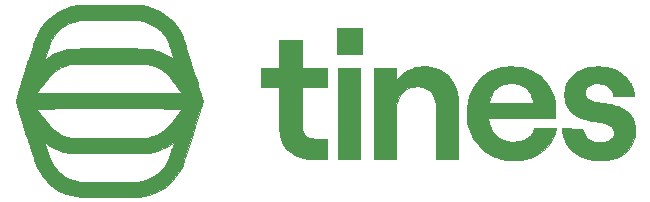
<source format=gbr>
%TF.GenerationSoftware,KiCad,Pcbnew,(6.0.7)*%
%TF.CreationDate,2022-09-05T18:43:59-05:00*%
%TF.ProjectId,Tines SAO,54696e65-7320-4534-914f-2e6b69636164,rev?*%
%TF.SameCoordinates,Original*%
%TF.FileFunction,Legend,Top*%
%TF.FilePolarity,Positive*%
%FSLAX46Y46*%
G04 Gerber Fmt 4.6, Leading zero omitted, Abs format (unit mm)*
G04 Created by KiCad (PCBNEW (6.0.7)) date 2022-09-05 18:43:59*
%MOMM*%
%LPD*%
G01*
G04 APERTURE LIST*
%ADD10C,0.010000*%
G04 APERTURE END LIST*
%TO.C,G\u002A\u002A\u002A*%
G36*
X175843640Y-102764085D02*
G01*
X176200146Y-102811375D01*
X176546767Y-102888639D01*
X176877176Y-102995590D01*
X177169467Y-103124019D01*
X177428878Y-103275700D01*
X177672405Y-103458932D01*
X177893833Y-103667743D01*
X178086946Y-103896158D01*
X178245531Y-104138204D01*
X178268818Y-104180670D01*
X178338472Y-104328226D01*
X178403067Y-104496403D01*
X178459462Y-104674082D01*
X178504520Y-104850140D01*
X178535102Y-105013458D01*
X178548068Y-105152915D01*
X178548300Y-105170889D01*
X178548300Y-105242200D01*
X177690386Y-105242200D01*
X177467256Y-105241925D01*
X177283311Y-105241036D01*
X177135403Y-105239436D01*
X177020387Y-105237030D01*
X176935116Y-105233720D01*
X176876444Y-105229412D01*
X176841224Y-105224008D01*
X176826311Y-105217412D01*
X176825430Y-105215742D01*
X176754686Y-104995831D01*
X176667335Y-104810205D01*
X176559837Y-104652881D01*
X176428653Y-104517877D01*
X176396385Y-104490677D01*
X176202961Y-104357139D01*
X175995148Y-104261037D01*
X175769460Y-104201203D01*
X175522415Y-104176467D01*
X175457967Y-104175626D01*
X175221437Y-104189155D01*
X175015315Y-104229127D01*
X174836040Y-104296723D01*
X174680052Y-104393122D01*
X174602828Y-104458908D01*
X174496191Y-104582362D01*
X174426295Y-104719303D01*
X174389136Y-104878078D01*
X174385401Y-104911885D01*
X174383524Y-105066066D01*
X174409351Y-105203771D01*
X174464469Y-105326073D01*
X174550467Y-105434039D01*
X174668931Y-105528741D01*
X174821451Y-105611248D01*
X175009612Y-105682630D01*
X175235004Y-105743957D01*
X175499213Y-105796299D01*
X175754300Y-105834367D01*
X176073806Y-105878396D01*
X176355367Y-105921868D01*
X176603342Y-105965817D01*
X176822089Y-106011276D01*
X177015966Y-106059278D01*
X177189333Y-106110857D01*
X177346548Y-106167046D01*
X177491969Y-106228878D01*
X177564050Y-106263443D01*
X177809857Y-106406480D01*
X178023114Y-106574803D01*
X178204144Y-106769013D01*
X178353271Y-106989713D01*
X178470820Y-107237505D01*
X178557116Y-107512990D01*
X178612482Y-107816771D01*
X178637243Y-108149448D01*
X178638755Y-108258450D01*
X178636630Y-108420496D01*
X178629347Y-108553228D01*
X178615853Y-108669467D01*
X178596166Y-108777034D01*
X178512183Y-109075989D01*
X178392525Y-109352396D01*
X178237860Y-109605418D01*
X178048855Y-109834220D01*
X177826174Y-110037966D01*
X177570486Y-110215821D01*
X177355104Y-110332865D01*
X177183876Y-110412098D01*
X177025341Y-110475573D01*
X176864804Y-110528250D01*
X176687574Y-110575086D01*
X176537310Y-110608842D01*
X176448157Y-110627027D01*
X176368142Y-110641024D01*
X176289194Y-110651485D01*
X176203240Y-110659058D01*
X176102211Y-110664395D01*
X175978033Y-110668146D01*
X175822636Y-110670960D01*
X175754300Y-110671912D01*
X175607503Y-110673466D01*
X175472440Y-110674165D01*
X175355640Y-110674033D01*
X175263630Y-110673093D01*
X175202940Y-110671372D01*
X175182800Y-110669753D01*
X175135999Y-110662379D01*
X175062532Y-110651446D01*
X174977664Y-110639221D01*
X174971134Y-110638297D01*
X174713708Y-110589583D01*
X174446132Y-110516634D01*
X174182839Y-110424282D01*
X173938260Y-110317360D01*
X173806967Y-110248488D01*
X173538066Y-110072950D01*
X173292782Y-109865147D01*
X173074398Y-109629250D01*
X172886195Y-109369429D01*
X172731455Y-109089857D01*
X172613461Y-108794703D01*
X172582526Y-108692367D01*
X172552950Y-108575161D01*
X172525249Y-108445947D01*
X172501530Y-108316651D01*
X172483902Y-108199199D01*
X172474475Y-108105515D01*
X172473467Y-108075523D01*
X172473467Y-107993392D01*
X174195019Y-108004450D01*
X174224663Y-108152617D01*
X174287773Y-108363675D01*
X174387450Y-108558572D01*
X174519716Y-108732185D01*
X174680596Y-108879393D01*
X174866113Y-108995074D01*
X174886467Y-109004997D01*
X175030336Y-109068442D01*
X175161324Y-109113621D01*
X175292188Y-109143200D01*
X175435686Y-109159848D01*
X175604574Y-109166231D01*
X175659050Y-109166543D01*
X175830656Y-109163166D01*
X175972689Y-109151217D01*
X176097469Y-109128226D01*
X176217316Y-109091718D01*
X176344549Y-109039222D01*
X176383585Y-109021128D01*
X176541890Y-108928615D01*
X176675541Y-108814398D01*
X176777321Y-108685115D01*
X176807084Y-108631503D01*
X176838625Y-108559823D01*
X176856358Y-108494376D01*
X176863819Y-108417496D01*
X176864808Y-108343117D01*
X176847998Y-108177568D01*
X176798144Y-108030969D01*
X176713804Y-107901804D01*
X176593536Y-107788555D01*
X176435897Y-107689706D01*
X176239445Y-107603738D01*
X176124717Y-107564640D01*
X176041150Y-107540319D01*
X175939806Y-107514590D01*
X175816650Y-107486612D01*
X175667648Y-107455541D01*
X175488766Y-107420535D01*
X175275970Y-107380753D01*
X175034634Y-107337035D01*
X174690826Y-107269483D01*
X174385661Y-107196235D01*
X174115653Y-107115746D01*
X173877315Y-107026471D01*
X173667162Y-106926865D01*
X173481707Y-106815383D01*
X173317464Y-106690480D01*
X173170946Y-106550611D01*
X173112127Y-106485017D01*
X173028527Y-106371983D01*
X172943985Y-106230520D01*
X172865142Y-106073849D01*
X172798641Y-105915189D01*
X172751124Y-105767761D01*
X172750432Y-105765093D01*
X172703679Y-105533716D01*
X172676665Y-105286426D01*
X172669637Y-105035775D01*
X172682845Y-104794314D01*
X172716535Y-104574593D01*
X172726058Y-104533117D01*
X172816381Y-104251093D01*
X172944015Y-103987589D01*
X173107435Y-103744281D01*
X173305112Y-103522844D01*
X173535522Y-103324954D01*
X173797136Y-103152288D01*
X174088429Y-103006521D01*
X174134271Y-102987210D01*
X174445301Y-102880357D01*
X174778079Y-102804903D01*
X175126280Y-102760564D01*
X175483576Y-102747052D01*
X175843640Y-102764085D01*
G37*
D10*
X175843640Y-102764085D02*
X176200146Y-102811375D01*
X176546767Y-102888639D01*
X176877176Y-102995590D01*
X177169467Y-103124019D01*
X177428878Y-103275700D01*
X177672405Y-103458932D01*
X177893833Y-103667743D01*
X178086946Y-103896158D01*
X178245531Y-104138204D01*
X178268818Y-104180670D01*
X178338472Y-104328226D01*
X178403067Y-104496403D01*
X178459462Y-104674082D01*
X178504520Y-104850140D01*
X178535102Y-105013458D01*
X178548068Y-105152915D01*
X178548300Y-105170889D01*
X178548300Y-105242200D01*
X177690386Y-105242200D01*
X177467256Y-105241925D01*
X177283311Y-105241036D01*
X177135403Y-105239436D01*
X177020387Y-105237030D01*
X176935116Y-105233720D01*
X176876444Y-105229412D01*
X176841224Y-105224008D01*
X176826311Y-105217412D01*
X176825430Y-105215742D01*
X176754686Y-104995831D01*
X176667335Y-104810205D01*
X176559837Y-104652881D01*
X176428653Y-104517877D01*
X176396385Y-104490677D01*
X176202961Y-104357139D01*
X175995148Y-104261037D01*
X175769460Y-104201203D01*
X175522415Y-104176467D01*
X175457967Y-104175626D01*
X175221437Y-104189155D01*
X175015315Y-104229127D01*
X174836040Y-104296723D01*
X174680052Y-104393122D01*
X174602828Y-104458908D01*
X174496191Y-104582362D01*
X174426295Y-104719303D01*
X174389136Y-104878078D01*
X174385401Y-104911885D01*
X174383524Y-105066066D01*
X174409351Y-105203771D01*
X174464469Y-105326073D01*
X174550467Y-105434039D01*
X174668931Y-105528741D01*
X174821451Y-105611248D01*
X175009612Y-105682630D01*
X175235004Y-105743957D01*
X175499213Y-105796299D01*
X175754300Y-105834367D01*
X176073806Y-105878396D01*
X176355367Y-105921868D01*
X176603342Y-105965817D01*
X176822089Y-106011276D01*
X177015966Y-106059278D01*
X177189333Y-106110857D01*
X177346548Y-106167046D01*
X177491969Y-106228878D01*
X177564050Y-106263443D01*
X177809857Y-106406480D01*
X178023114Y-106574803D01*
X178204144Y-106769013D01*
X178353271Y-106989713D01*
X178470820Y-107237505D01*
X178557116Y-107512990D01*
X178612482Y-107816771D01*
X178637243Y-108149448D01*
X178638755Y-108258450D01*
X178636630Y-108420496D01*
X178629347Y-108553228D01*
X178615853Y-108669467D01*
X178596166Y-108777034D01*
X178512183Y-109075989D01*
X178392525Y-109352396D01*
X178237860Y-109605418D01*
X178048855Y-109834220D01*
X177826174Y-110037966D01*
X177570486Y-110215821D01*
X177355104Y-110332865D01*
X177183876Y-110412098D01*
X177025341Y-110475573D01*
X176864804Y-110528250D01*
X176687574Y-110575086D01*
X176537310Y-110608842D01*
X176448157Y-110627027D01*
X176368142Y-110641024D01*
X176289194Y-110651485D01*
X176203240Y-110659058D01*
X176102211Y-110664395D01*
X175978033Y-110668146D01*
X175822636Y-110670960D01*
X175754300Y-110671912D01*
X175607503Y-110673466D01*
X175472440Y-110674165D01*
X175355640Y-110674033D01*
X175263630Y-110673093D01*
X175202940Y-110671372D01*
X175182800Y-110669753D01*
X175135999Y-110662379D01*
X175062532Y-110651446D01*
X174977664Y-110639221D01*
X174971134Y-110638297D01*
X174713708Y-110589583D01*
X174446132Y-110516634D01*
X174182839Y-110424282D01*
X173938260Y-110317360D01*
X173806967Y-110248488D01*
X173538066Y-110072950D01*
X173292782Y-109865147D01*
X173074398Y-109629250D01*
X172886195Y-109369429D01*
X172731455Y-109089857D01*
X172613461Y-108794703D01*
X172582526Y-108692367D01*
X172552950Y-108575161D01*
X172525249Y-108445947D01*
X172501530Y-108316651D01*
X172483902Y-108199199D01*
X172474475Y-108105515D01*
X172473467Y-108075523D01*
X172473467Y-107993392D01*
X174195019Y-108004450D01*
X174224663Y-108152617D01*
X174287773Y-108363675D01*
X174387450Y-108558572D01*
X174519716Y-108732185D01*
X174680596Y-108879393D01*
X174866113Y-108995074D01*
X174886467Y-109004997D01*
X175030336Y-109068442D01*
X175161324Y-109113621D01*
X175292188Y-109143200D01*
X175435686Y-109159848D01*
X175604574Y-109166231D01*
X175659050Y-109166543D01*
X175830656Y-109163166D01*
X175972689Y-109151217D01*
X176097469Y-109128226D01*
X176217316Y-109091718D01*
X176344549Y-109039222D01*
X176383585Y-109021128D01*
X176541890Y-108928615D01*
X176675541Y-108814398D01*
X176777321Y-108685115D01*
X176807084Y-108631503D01*
X176838625Y-108559823D01*
X176856358Y-108494376D01*
X176863819Y-108417496D01*
X176864808Y-108343117D01*
X176847998Y-108177568D01*
X176798144Y-108030969D01*
X176713804Y-107901804D01*
X176593536Y-107788555D01*
X176435897Y-107689706D01*
X176239445Y-107603738D01*
X176124717Y-107564640D01*
X176041150Y-107540319D01*
X175939806Y-107514590D01*
X175816650Y-107486612D01*
X175667648Y-107455541D01*
X175488766Y-107420535D01*
X175275970Y-107380753D01*
X175034634Y-107337035D01*
X174690826Y-107269483D01*
X174385661Y-107196235D01*
X174115653Y-107115746D01*
X173877315Y-107026471D01*
X173667162Y-106926865D01*
X173481707Y-106815383D01*
X173317464Y-106690480D01*
X173170946Y-106550611D01*
X173112127Y-106485017D01*
X173028527Y-106371983D01*
X172943985Y-106230520D01*
X172865142Y-106073849D01*
X172798641Y-105915189D01*
X172751124Y-105767761D01*
X172750432Y-105765093D01*
X172703679Y-105533716D01*
X172676665Y-105286426D01*
X172669637Y-105035775D01*
X172682845Y-104794314D01*
X172716535Y-104574593D01*
X172726058Y-104533117D01*
X172816381Y-104251093D01*
X172944015Y-103987589D01*
X173107435Y-103744281D01*
X173305112Y-103522844D01*
X173535522Y-103324954D01*
X173797136Y-103152288D01*
X174088429Y-103006521D01*
X174134271Y-102987210D01*
X174445301Y-102880357D01*
X174778079Y-102804903D01*
X175126280Y-102760564D01*
X175483576Y-102747052D01*
X175843640Y-102764085D01*
G36*
X164599390Y-105295209D02*
G01*
X164622551Y-105221034D01*
X164671710Y-105085564D01*
X164738034Y-104928116D01*
X164815902Y-104760145D01*
X164899694Y-104593105D01*
X164983790Y-104438452D01*
X165062568Y-104307640D01*
X165093149Y-104261945D01*
X165331648Y-103955598D01*
X165595950Y-103682495D01*
X165885006Y-103443156D01*
X166197765Y-103238100D01*
X166533174Y-103067847D01*
X166890184Y-102932915D01*
X167267743Y-102833826D01*
X167664800Y-102771098D01*
X168080304Y-102745250D01*
X168163001Y-102744551D01*
X168582173Y-102762443D01*
X168983745Y-102815638D01*
X169366041Y-102903525D01*
X169727385Y-103025492D01*
X170066099Y-103180926D01*
X170380507Y-103369215D01*
X170668934Y-103589746D01*
X170797646Y-103706862D01*
X171060089Y-103987596D01*
X171287198Y-104290852D01*
X171479194Y-104617091D01*
X171636299Y-104966774D01*
X171758734Y-105340361D01*
X171846719Y-105738314D01*
X171879714Y-105961312D01*
X171888356Y-106058414D01*
X171894920Y-106186819D01*
X171899309Y-106335539D01*
X171901432Y-106493590D01*
X171901193Y-106649988D01*
X171898499Y-106793745D01*
X171893257Y-106913877D01*
X171888368Y-106974762D01*
X171874770Y-107104867D01*
X169041452Y-107104867D01*
X168671333Y-107105005D01*
X168319112Y-107105411D01*
X167986825Y-107106072D01*
X167676507Y-107106973D01*
X167390194Y-107108102D01*
X167129922Y-107109444D01*
X166897725Y-107110986D01*
X166695640Y-107112715D01*
X166525703Y-107114617D01*
X166389947Y-107116678D01*
X166290410Y-107118886D01*
X166229127Y-107121226D01*
X166208134Y-107123685D01*
X166208134Y-107123695D01*
X166213286Y-107170919D01*
X166227126Y-107248112D01*
X166247232Y-107344399D01*
X166271177Y-107448899D01*
X166296540Y-107550735D01*
X166320895Y-107639029D01*
X166328575Y-107664219D01*
X166433456Y-107934690D01*
X166569964Y-108185562D01*
X166734774Y-108412754D01*
X166924565Y-108612183D01*
X167136011Y-108779769D01*
X167329967Y-108893971D01*
X167578789Y-108996708D01*
X167850112Y-109067937D01*
X168137546Y-109107092D01*
X168434700Y-109113608D01*
X168735184Y-109086917D01*
X168978930Y-109040013D01*
X169057653Y-109016135D01*
X169158862Y-108978549D01*
X169267499Y-108933103D01*
X169338751Y-108900299D01*
X169449789Y-108844108D01*
X169535983Y-108792230D01*
X169612173Y-108734239D01*
X169693197Y-108659708D01*
X169722666Y-108630566D01*
X169814284Y-108533582D01*
X169882834Y-108446170D01*
X169939493Y-108353010D01*
X169972148Y-108288567D01*
X170011938Y-108202808D01*
X170045420Y-108125060D01*
X170067412Y-108067594D01*
X170072068Y-108052075D01*
X170086223Y-107993867D01*
X171943242Y-107993867D01*
X171930210Y-108062659D01*
X171918292Y-108115194D01*
X171898207Y-108193652D01*
X171873753Y-108283347D01*
X171866816Y-108307855D01*
X171759668Y-108627984D01*
X171627813Y-108918946D01*
X171466908Y-109187954D01*
X171272606Y-109442217D01*
X171040561Y-109688949D01*
X171026259Y-109702790D01*
X170749405Y-109940148D01*
X170444615Y-110146154D01*
X170112875Y-110320369D01*
X169755169Y-110462356D01*
X169372485Y-110571675D01*
X168965807Y-110647887D01*
X168875689Y-110659862D01*
X168762285Y-110669708D01*
X168617324Y-110676056D01*
X168451427Y-110679018D01*
X168275212Y-110678702D01*
X168099300Y-110675219D01*
X167934308Y-110668679D01*
X167790856Y-110659190D01*
X167684227Y-110647549D01*
X167283006Y-110569134D01*
X166900862Y-110453298D01*
X166539242Y-110301087D01*
X166199595Y-110113545D01*
X165883370Y-109891717D01*
X165592017Y-109636646D01*
X165326984Y-109349379D01*
X165089720Y-109030958D01*
X164881675Y-108682429D01*
X164836310Y-108594533D01*
X164669127Y-108214235D01*
X164540923Y-107819614D01*
X164451861Y-107413245D01*
X164402105Y-106997700D01*
X164391816Y-106575551D01*
X164421159Y-106149371D01*
X164468583Y-105856034D01*
X166255636Y-105856034D01*
X170014105Y-105856034D01*
X170002756Y-105766075D01*
X169975807Y-105615814D01*
X169933042Y-105450456D01*
X169879824Y-105287887D01*
X169821518Y-105145994D01*
X169809152Y-105120540D01*
X169670270Y-104889250D01*
X169501798Y-104687853D01*
X169305083Y-104517345D01*
X169081472Y-104378722D01*
X168832309Y-104272979D01*
X168568217Y-104202909D01*
X168459363Y-104188091D01*
X168321815Y-104178953D01*
X168168827Y-104175480D01*
X168013653Y-104177657D01*
X167869549Y-104185470D01*
X167749768Y-104198904D01*
X167721550Y-104203835D01*
X167486723Y-104261239D01*
X167282168Y-104338225D01*
X167098441Y-104439717D01*
X166926096Y-104570644D01*
X166810484Y-104679102D01*
X166718845Y-104774493D01*
X166649743Y-104855722D01*
X166593418Y-104935992D01*
X166540109Y-105028507D01*
X166511552Y-105083450D01*
X166418008Y-105283129D01*
X166348299Y-105470373D01*
X166296185Y-105662542D01*
X166285223Y-105713159D01*
X166255636Y-105856034D01*
X164468583Y-105856034D01*
X164490296Y-105721733D01*
X164599390Y-105295209D01*
G37*
X164599390Y-105295209D02*
X164622551Y-105221034D01*
X164671710Y-105085564D01*
X164738034Y-104928116D01*
X164815902Y-104760145D01*
X164899694Y-104593105D01*
X164983790Y-104438452D01*
X165062568Y-104307640D01*
X165093149Y-104261945D01*
X165331648Y-103955598D01*
X165595950Y-103682495D01*
X165885006Y-103443156D01*
X166197765Y-103238100D01*
X166533174Y-103067847D01*
X166890184Y-102932915D01*
X167267743Y-102833826D01*
X167664800Y-102771098D01*
X168080304Y-102745250D01*
X168163001Y-102744551D01*
X168582173Y-102762443D01*
X168983745Y-102815638D01*
X169366041Y-102903525D01*
X169727385Y-103025492D01*
X170066099Y-103180926D01*
X170380507Y-103369215D01*
X170668934Y-103589746D01*
X170797646Y-103706862D01*
X171060089Y-103987596D01*
X171287198Y-104290852D01*
X171479194Y-104617091D01*
X171636299Y-104966774D01*
X171758734Y-105340361D01*
X171846719Y-105738314D01*
X171879714Y-105961312D01*
X171888356Y-106058414D01*
X171894920Y-106186819D01*
X171899309Y-106335539D01*
X171901432Y-106493590D01*
X171901193Y-106649988D01*
X171898499Y-106793745D01*
X171893257Y-106913877D01*
X171888368Y-106974762D01*
X171874770Y-107104867D01*
X169041452Y-107104867D01*
X168671333Y-107105005D01*
X168319112Y-107105411D01*
X167986825Y-107106072D01*
X167676507Y-107106973D01*
X167390194Y-107108102D01*
X167129922Y-107109444D01*
X166897725Y-107110986D01*
X166695640Y-107112715D01*
X166525703Y-107114617D01*
X166389947Y-107116678D01*
X166290410Y-107118886D01*
X166229127Y-107121226D01*
X166208134Y-107123685D01*
X166208134Y-107123695D01*
X166213286Y-107170919D01*
X166227126Y-107248112D01*
X166247232Y-107344399D01*
X166271177Y-107448899D01*
X166296540Y-107550735D01*
X166320895Y-107639029D01*
X166328575Y-107664219D01*
X166433456Y-107934690D01*
X166569964Y-108185562D01*
X166734774Y-108412754D01*
X166924565Y-108612183D01*
X167136011Y-108779769D01*
X167329967Y-108893971D01*
X167578789Y-108996708D01*
X167850112Y-109067937D01*
X168137546Y-109107092D01*
X168434700Y-109113608D01*
X168735184Y-109086917D01*
X168978930Y-109040013D01*
X169057653Y-109016135D01*
X169158862Y-108978549D01*
X169267499Y-108933103D01*
X169338751Y-108900299D01*
X169449789Y-108844108D01*
X169535983Y-108792230D01*
X169612173Y-108734239D01*
X169693197Y-108659708D01*
X169722666Y-108630566D01*
X169814284Y-108533582D01*
X169882834Y-108446170D01*
X169939493Y-108353010D01*
X169972148Y-108288567D01*
X170011938Y-108202808D01*
X170045420Y-108125060D01*
X170067412Y-108067594D01*
X170072068Y-108052075D01*
X170086223Y-107993867D01*
X171943242Y-107993867D01*
X171930210Y-108062659D01*
X171918292Y-108115194D01*
X171898207Y-108193652D01*
X171873753Y-108283347D01*
X171866816Y-108307855D01*
X171759668Y-108627984D01*
X171627813Y-108918946D01*
X171466908Y-109187954D01*
X171272606Y-109442217D01*
X171040561Y-109688949D01*
X171026259Y-109702790D01*
X170749405Y-109940148D01*
X170444615Y-110146154D01*
X170112875Y-110320369D01*
X169755169Y-110462356D01*
X169372485Y-110571675D01*
X168965807Y-110647887D01*
X168875689Y-110659862D01*
X168762285Y-110669708D01*
X168617324Y-110676056D01*
X168451427Y-110679018D01*
X168275212Y-110678702D01*
X168099300Y-110675219D01*
X167934308Y-110668679D01*
X167790856Y-110659190D01*
X167684227Y-110647549D01*
X167283006Y-110569134D01*
X166900862Y-110453298D01*
X166539242Y-110301087D01*
X166199595Y-110113545D01*
X165883370Y-109891717D01*
X165592017Y-109636646D01*
X165326984Y-109349379D01*
X165089720Y-109030958D01*
X164881675Y-108682429D01*
X164836310Y-108594533D01*
X164669127Y-108214235D01*
X164540923Y-107819614D01*
X164451861Y-107413245D01*
X164402105Y-106997700D01*
X164391816Y-106575551D01*
X164421159Y-106149371D01*
X164468583Y-105856034D01*
X166255636Y-105856034D01*
X170014105Y-105856034D01*
X170002756Y-105766075D01*
X169975807Y-105615814D01*
X169933042Y-105450456D01*
X169879824Y-105287887D01*
X169821518Y-105145994D01*
X169809152Y-105120540D01*
X169670270Y-104889250D01*
X169501798Y-104687853D01*
X169305083Y-104517345D01*
X169081472Y-104378722D01*
X168832309Y-104272979D01*
X168568217Y-104202909D01*
X168459363Y-104188091D01*
X168321815Y-104178953D01*
X168168827Y-104175480D01*
X168013653Y-104177657D01*
X167869549Y-104185470D01*
X167749768Y-104198904D01*
X167721550Y-104203835D01*
X167486723Y-104261239D01*
X167282168Y-104338225D01*
X167098441Y-104439717D01*
X166926096Y-104570644D01*
X166810484Y-104679102D01*
X166718845Y-104774493D01*
X166649743Y-104855722D01*
X166593418Y-104935992D01*
X166540109Y-105028507D01*
X166511552Y-105083450D01*
X166418008Y-105283129D01*
X166348299Y-105470373D01*
X166296185Y-105662542D01*
X166285223Y-105713159D01*
X166255636Y-105856034D01*
X164468583Y-105856034D01*
X164490296Y-105721733D01*
X164599390Y-105295209D01*
G36*
X126404611Y-105012898D02*
G01*
X127963495Y-105012898D01*
X127983798Y-105014350D01*
X128044779Y-105015771D01*
X128144779Y-105017155D01*
X128282142Y-105018498D01*
X128455210Y-105019795D01*
X128662328Y-105021042D01*
X128901838Y-105022233D01*
X129172083Y-105023364D01*
X129471407Y-105024431D01*
X129798153Y-105025428D01*
X130150663Y-105026351D01*
X130527281Y-105027194D01*
X130926351Y-105027954D01*
X131346214Y-105028626D01*
X131785215Y-105029204D01*
X132241697Y-105029685D01*
X132714002Y-105030062D01*
X133200474Y-105030333D01*
X133699456Y-105030491D01*
X134129535Y-105030534D01*
X134755166Y-105030502D01*
X135339688Y-105030405D01*
X135884325Y-105030236D01*
X136390301Y-105029990D01*
X136858840Y-105029663D01*
X137291167Y-105029248D01*
X137688506Y-105028741D01*
X138052081Y-105028136D01*
X138383116Y-105027428D01*
X138682836Y-105026612D01*
X138952464Y-105025683D01*
X139193225Y-105024634D01*
X139406343Y-105023462D01*
X139593042Y-105022160D01*
X139754546Y-105020724D01*
X139892080Y-105019148D01*
X140006868Y-105017427D01*
X140100134Y-105015556D01*
X140173101Y-105013529D01*
X140226995Y-105011341D01*
X140263040Y-105008988D01*
X140282459Y-105006462D01*
X140286757Y-105004075D01*
X140264941Y-104972476D01*
X140220586Y-104911986D01*
X140157156Y-104827121D01*
X140078119Y-104722394D01*
X139986939Y-104602318D01*
X139887082Y-104471408D01*
X139782015Y-104334177D01*
X139675203Y-104195140D01*
X139570112Y-104058809D01*
X139470208Y-103929700D01*
X139378958Y-103812326D01*
X139299825Y-103711200D01*
X139236278Y-103630837D01*
X139191781Y-103575750D01*
X139173948Y-103554784D01*
X138911953Y-103295568D01*
X138626927Y-103071000D01*
X138321029Y-102882275D01*
X137996420Y-102730587D01*
X137655258Y-102617131D01*
X137363811Y-102553318D01*
X137328488Y-102547467D01*
X137293389Y-102542183D01*
X137256316Y-102537441D01*
X137215074Y-102533219D01*
X137167464Y-102529491D01*
X137111291Y-102526235D01*
X137044357Y-102523426D01*
X136964466Y-102521041D01*
X136869420Y-102519055D01*
X136757024Y-102517444D01*
X136625079Y-102516186D01*
X136471390Y-102515255D01*
X136293760Y-102514627D01*
X136089991Y-102514280D01*
X135857887Y-102514189D01*
X135595251Y-102514330D01*
X135299887Y-102514679D01*
X134969596Y-102515212D01*
X134602184Y-102515906D01*
X134195452Y-102516736D01*
X134033680Y-102517075D01*
X130955050Y-102523547D01*
X130732800Y-102579229D01*
X130368115Y-102690073D01*
X130030365Y-102833309D01*
X129718633Y-103009447D01*
X129432004Y-103218995D01*
X129198217Y-103433052D01*
X129160729Y-103474520D01*
X129102672Y-103543214D01*
X129027321Y-103634938D01*
X128937956Y-103745499D01*
X128837852Y-103870705D01*
X128730289Y-104006360D01*
X128618542Y-104148272D01*
X128505890Y-104292248D01*
X128395611Y-104434093D01*
X128290981Y-104569613D01*
X128195278Y-104694617D01*
X128111780Y-104804908D01*
X128043763Y-104896296D01*
X127994507Y-104964584D01*
X127967287Y-105005581D01*
X127963495Y-105012898D01*
X126404611Y-105012898D01*
X127008261Y-103088243D01*
X127109921Y-102764539D01*
X127209193Y-102449266D01*
X127291526Y-102188476D01*
X128644354Y-102188476D01*
X128767222Y-102095035D01*
X128841574Y-102041023D01*
X128936166Y-101975863D01*
X129035079Y-101910419D01*
X129075903Y-101884312D01*
X129412387Y-101694903D01*
X129775749Y-101533109D01*
X130158788Y-101401432D01*
X130554299Y-101302378D01*
X130922745Y-101242243D01*
X130969305Y-101239221D01*
X131055211Y-101236422D01*
X131177478Y-101233846D01*
X131333117Y-101231492D01*
X131519144Y-101229362D01*
X131732571Y-101227454D01*
X131970412Y-101225768D01*
X132229680Y-101224305D01*
X132507390Y-101223064D01*
X132800554Y-101222046D01*
X133106187Y-101221249D01*
X133421301Y-101220674D01*
X133742910Y-101220321D01*
X134068028Y-101220190D01*
X134393669Y-101220280D01*
X134716845Y-101220591D01*
X135034571Y-101221124D01*
X135343859Y-101221878D01*
X135641724Y-101222853D01*
X135925180Y-101224048D01*
X136191238Y-101225465D01*
X136436914Y-101227102D01*
X136659221Y-101228960D01*
X136855171Y-101231038D01*
X137021780Y-101233336D01*
X137156060Y-101235854D01*
X137255024Y-101238593D01*
X137315687Y-101241551D01*
X137326217Y-101242509D01*
X137742609Y-101310231D01*
X138151973Y-101417135D01*
X138549330Y-101561291D01*
X138929704Y-101740767D01*
X139288118Y-101953630D01*
X139451070Y-102067225D01*
X139522504Y-102117861D01*
X139578154Y-102153875D01*
X139611603Y-102171341D01*
X139618089Y-102169385D01*
X139609407Y-102142984D01*
X139589675Y-102081199D01*
X139560481Y-101989052D01*
X139523407Y-101871561D01*
X139480041Y-101733749D01*
X139431967Y-101580635D01*
X139402025Y-101485117D01*
X139335056Y-101275504D01*
X139270844Y-101082557D01*
X139211267Y-100911584D01*
X139158201Y-100767896D01*
X139113522Y-100656800D01*
X139093338Y-100611796D01*
X138917381Y-100288666D01*
X138710083Y-99992827D01*
X138473285Y-99725921D01*
X138208826Y-99489588D01*
X137918545Y-99285470D01*
X137604281Y-99115206D01*
X137267875Y-98980440D01*
X137262717Y-98978712D01*
X137192700Y-98955139D01*
X137129665Y-98933989D01*
X137071064Y-98915129D01*
X137014351Y-98898430D01*
X136956977Y-98883759D01*
X136896397Y-98870987D01*
X136830062Y-98859982D01*
X136755426Y-98850613D01*
X136669942Y-98842750D01*
X136571061Y-98836260D01*
X136456238Y-98831013D01*
X136322924Y-98826879D01*
X136168573Y-98823725D01*
X135990637Y-98821421D01*
X135786570Y-98819836D01*
X135553823Y-98818839D01*
X135289851Y-98818299D01*
X134992105Y-98818085D01*
X134658038Y-98818066D01*
X134285104Y-98818110D01*
X134140634Y-98818117D01*
X133763729Y-98818146D01*
X133426694Y-98818258D01*
X133127063Y-98818489D01*
X132862374Y-98818875D01*
X132630162Y-98819453D01*
X132427963Y-98820260D01*
X132253313Y-98821331D01*
X132103748Y-98822703D01*
X131976804Y-98824413D01*
X131870016Y-98826497D01*
X131780921Y-98828991D01*
X131707054Y-98831932D01*
X131645952Y-98835357D01*
X131595151Y-98839301D01*
X131552186Y-98843801D01*
X131514593Y-98848893D01*
X131479908Y-98854615D01*
X131463050Y-98857692D01*
X131105788Y-98945182D01*
X130766127Y-99069826D01*
X130446423Y-99229776D01*
X130149033Y-99423185D01*
X129876315Y-99648203D01*
X129630626Y-99902982D01*
X129414323Y-100185675D01*
X129229764Y-100494432D01*
X129140933Y-100678531D01*
X129118261Y-100735508D01*
X129085155Y-100826774D01*
X129043702Y-100946180D01*
X128995990Y-101087576D01*
X128944104Y-101244812D01*
X128890130Y-101411738D01*
X128859279Y-101508713D01*
X128644354Y-102188476D01*
X127291526Y-102188476D01*
X127305225Y-102145088D01*
X127397164Y-101854670D01*
X127484159Y-101580678D01*
X127565358Y-101325775D01*
X127639908Y-101092626D01*
X127706957Y-100883897D01*
X127765654Y-100702252D01*
X127815146Y-100550356D01*
X127854582Y-100430874D01*
X127883108Y-100346469D01*
X127899874Y-100299809D01*
X127899883Y-100299784D01*
X128073762Y-99915456D01*
X128282977Y-99552252D01*
X128525071Y-99212226D01*
X128797586Y-98897433D01*
X129098064Y-98609927D01*
X129424046Y-98351763D01*
X129773073Y-98124995D01*
X130142688Y-97931679D01*
X130530432Y-97773869D01*
X130933847Y-97653620D01*
X131113800Y-97613515D01*
X131189637Y-97598675D01*
X131262798Y-97585376D01*
X131335888Y-97573544D01*
X131411511Y-97563103D01*
X131492273Y-97553979D01*
X131580777Y-97546095D01*
X131679629Y-97539378D01*
X131791432Y-97533751D01*
X131918792Y-97529140D01*
X132064314Y-97525470D01*
X132230601Y-97522665D01*
X132420258Y-97520650D01*
X132635891Y-97519351D01*
X132880103Y-97518692D01*
X133155500Y-97518598D01*
X133464685Y-97518993D01*
X133810264Y-97519804D01*
X134194841Y-97520954D01*
X134309967Y-97521326D01*
X134689344Y-97522563D01*
X135029042Y-97523728D01*
X135331711Y-97524939D01*
X135600006Y-97526312D01*
X135836577Y-97527964D01*
X136044079Y-97530012D01*
X136225163Y-97532572D01*
X136382482Y-97535763D01*
X136518689Y-97539699D01*
X136636436Y-97544499D01*
X136738375Y-97550280D01*
X136827160Y-97557157D01*
X136905443Y-97565248D01*
X136975876Y-97574670D01*
X137041113Y-97585539D01*
X137103805Y-97597973D01*
X137166605Y-97612088D01*
X137232165Y-97628001D01*
X137303139Y-97645829D01*
X137338455Y-97654735D01*
X137747264Y-97778857D01*
X138139067Y-97940207D01*
X138511529Y-98136767D01*
X138862316Y-98366517D01*
X139189094Y-98627438D01*
X139489529Y-98917512D01*
X139761286Y-99234719D01*
X140002032Y-99577040D01*
X140209431Y-99942457D01*
X140355632Y-100264451D01*
X140370464Y-100305494D01*
X140396590Y-100382842D01*
X140433098Y-100493603D01*
X140479078Y-100634885D01*
X140533618Y-100803797D01*
X140595808Y-100997446D01*
X140664736Y-101212940D01*
X140739492Y-101447389D01*
X140819164Y-101697898D01*
X140902841Y-101961578D01*
X140989613Y-102235536D01*
X141078567Y-102516879D01*
X141168794Y-102802716D01*
X141259382Y-103090156D01*
X141349420Y-103376306D01*
X141437997Y-103658274D01*
X141524203Y-103933168D01*
X141607125Y-104198097D01*
X141685853Y-104450169D01*
X141759476Y-104686491D01*
X141827083Y-104904172D01*
X141887763Y-105100320D01*
X141940605Y-105272042D01*
X141984697Y-105416448D01*
X142019129Y-105530645D01*
X142042990Y-105611741D01*
X142055368Y-105656844D01*
X142056967Y-105665006D01*
X142050679Y-105691547D01*
X142032425Y-105755527D01*
X142003114Y-105854056D01*
X141963658Y-105984244D01*
X141914970Y-106143204D01*
X141857959Y-106328045D01*
X141793537Y-106535880D01*
X141722616Y-106763819D01*
X141646108Y-107008974D01*
X141564922Y-107268454D01*
X141479971Y-107539372D01*
X141392166Y-107818839D01*
X141302419Y-108103964D01*
X141211640Y-108391861D01*
X141120741Y-108679639D01*
X141030634Y-108964410D01*
X140942229Y-109243284D01*
X140856438Y-109513373D01*
X140774173Y-109771788D01*
X140696344Y-110015640D01*
X140623863Y-110242040D01*
X140557642Y-110448099D01*
X140498591Y-110630928D01*
X140447622Y-110787638D01*
X140405647Y-110915340D01*
X140373576Y-111011145D01*
X140352321Y-111072165D01*
X140345979Y-111088865D01*
X140177178Y-111448768D01*
X139970112Y-111798394D01*
X139728577Y-112132228D01*
X139456373Y-112444754D01*
X139313817Y-112587610D01*
X138992718Y-112866152D01*
X138646956Y-113111200D01*
X138279279Y-113321521D01*
X137892430Y-113495885D01*
X137489157Y-113633059D01*
X137072204Y-113731812D01*
X136644318Y-113790912D01*
X136627717Y-113792374D01*
X136578629Y-113794762D01*
X136490671Y-113797010D01*
X136367305Y-113799114D01*
X136211993Y-113801068D01*
X136028199Y-113802866D01*
X135819385Y-113804504D01*
X135589013Y-113805976D01*
X135340547Y-113807278D01*
X135077448Y-113808402D01*
X134803180Y-113809346D01*
X134521205Y-113810102D01*
X134234986Y-113810667D01*
X133947984Y-113811034D01*
X133663664Y-113811198D01*
X133385487Y-113811155D01*
X133116917Y-113810899D01*
X132861415Y-113810424D01*
X132622444Y-113809726D01*
X132403468Y-113808799D01*
X132207948Y-113807637D01*
X132039347Y-113806237D01*
X131901128Y-113804592D01*
X131796753Y-113802696D01*
X131729686Y-113800546D01*
X131717050Y-113799829D01*
X131291514Y-113750124D01*
X130876766Y-113660929D01*
X130475298Y-113533854D01*
X130089604Y-113370511D01*
X129722178Y-113172509D01*
X129375512Y-112941460D01*
X129052101Y-112678974D01*
X128754437Y-112386662D01*
X128485013Y-112066134D01*
X128246323Y-111719001D01*
X128100107Y-111463400D01*
X128043281Y-111351389D01*
X127984752Y-111228861D01*
X127933060Y-111113998D01*
X127908448Y-111055254D01*
X127892769Y-111011806D01*
X127865301Y-110930570D01*
X127826883Y-110814164D01*
X127778351Y-110665207D01*
X127720542Y-110486317D01*
X127654295Y-110280113D01*
X127580446Y-110049212D01*
X127499832Y-109796235D01*
X127413292Y-109523799D01*
X127321662Y-109234522D01*
X127291566Y-109139258D01*
X128643624Y-109139258D01*
X128861303Y-109831271D01*
X128953646Y-110117035D01*
X129040189Y-110366331D01*
X129123649Y-110584161D01*
X129206744Y-110775524D01*
X129292191Y-110945421D01*
X129382709Y-111098851D01*
X129481015Y-111240815D01*
X129589828Y-111376314D01*
X129711864Y-111510347D01*
X129847469Y-111645635D01*
X130125388Y-111884110D01*
X130424436Y-112086174D01*
X130742791Y-112250971D01*
X131078628Y-112377641D01*
X131430126Y-112465327D01*
X131664134Y-112500783D01*
X131706088Y-112503140D01*
X131787485Y-112505331D01*
X131905430Y-112507339D01*
X132057033Y-112509149D01*
X132239401Y-112510746D01*
X132449643Y-112512115D01*
X132684867Y-112513239D01*
X132942181Y-112514105D01*
X133218692Y-112514695D01*
X133511510Y-112514995D01*
X133817743Y-112514990D01*
X134134497Y-112514664D01*
X134235884Y-112514492D01*
X134607018Y-112513790D01*
X134938305Y-112513103D01*
X135232234Y-112512384D01*
X135491290Y-112511588D01*
X135717961Y-112510667D01*
X135914734Y-112509576D01*
X136084096Y-112508268D01*
X136228533Y-112506696D01*
X136350534Y-112504815D01*
X136452584Y-112502577D01*
X136537172Y-112499936D01*
X136606783Y-112496846D01*
X136663905Y-112493260D01*
X136711026Y-112489132D01*
X136750631Y-112484416D01*
X136785208Y-112479064D01*
X136817245Y-112473031D01*
X136849227Y-112466270D01*
X136852136Y-112465636D01*
X137220427Y-112365722D01*
X137563102Y-112232285D01*
X137880903Y-112064931D01*
X138174571Y-111863265D01*
X138444847Y-111626891D01*
X138466769Y-111605182D01*
X138601013Y-111465284D01*
X138719964Y-111327695D01*
X138826364Y-111187261D01*
X138922954Y-111038826D01*
X139012476Y-110877235D01*
X139097671Y-110697332D01*
X139181282Y-110493961D01*
X139266049Y-110261969D01*
X139354715Y-109996198D01*
X139402331Y-109845950D01*
X139452390Y-109685943D01*
X139498760Y-109538105D01*
X139539848Y-109407493D01*
X139574056Y-109299164D01*
X139599790Y-109218175D01*
X139615455Y-109169583D01*
X139619314Y-109158193D01*
X139611792Y-109151811D01*
X139579717Y-109169026D01*
X139547659Y-109192465D01*
X139300032Y-109369414D01*
X139021309Y-109536794D01*
X138722528Y-109689158D01*
X138414725Y-109821061D01*
X138108938Y-109927059D01*
X137990317Y-109960810D01*
X137922171Y-109979121D01*
X137860718Y-109995757D01*
X137803739Y-110010798D01*
X137749017Y-110024322D01*
X137694335Y-110036412D01*
X137637473Y-110047146D01*
X137576214Y-110056605D01*
X137508341Y-110064869D01*
X137431634Y-110072018D01*
X137343877Y-110078133D01*
X137242852Y-110083293D01*
X137126340Y-110087579D01*
X136992123Y-110091071D01*
X136837984Y-110093849D01*
X136661705Y-110095993D01*
X136461067Y-110097584D01*
X136233854Y-110098701D01*
X135977846Y-110099425D01*
X135690827Y-110099836D01*
X135370577Y-110100013D01*
X135014880Y-110100038D01*
X134621517Y-110099991D01*
X134188270Y-110099951D01*
X134140634Y-110099950D01*
X133700492Y-110099983D01*
X133300470Y-110100024D01*
X132938354Y-110099991D01*
X132611928Y-110099798D01*
X132318979Y-110099363D01*
X132057293Y-110098601D01*
X131824656Y-110097429D01*
X131618854Y-110095762D01*
X131437672Y-110093516D01*
X131278898Y-110090609D01*
X131140315Y-110086954D01*
X131019712Y-110082470D01*
X130914873Y-110077071D01*
X130823584Y-110070674D01*
X130743631Y-110063195D01*
X130672801Y-110054550D01*
X130608879Y-110044655D01*
X130549651Y-110033427D01*
X130492904Y-110020780D01*
X130436422Y-110006632D01*
X130377992Y-109990898D01*
X130315401Y-109973495D01*
X130246433Y-109954338D01*
X130237974Y-109952014D01*
X129911707Y-109847556D01*
X129586644Y-109715032D01*
X129273313Y-109559583D01*
X128982247Y-109386350D01*
X128766140Y-109233533D01*
X128643624Y-109139258D01*
X127291566Y-109139258D01*
X127225780Y-108931024D01*
X127126482Y-108615922D01*
X127024607Y-108291835D01*
X127016590Y-108266297D01*
X126402875Y-106311117D01*
X127956499Y-106311117D01*
X128446243Y-106956700D01*
X128595804Y-107153489D01*
X128723068Y-107319927D01*
X128831028Y-107459612D01*
X128922676Y-107576143D01*
X129001007Y-107673115D01*
X129069013Y-107754129D01*
X129129687Y-107822780D01*
X129186022Y-107882668D01*
X129241013Y-107937390D01*
X129297651Y-107990544D01*
X129332925Y-108022511D01*
X129616471Y-108249011D01*
X129922059Y-108440166D01*
X130246613Y-108594510D01*
X130587057Y-108710580D01*
X130937441Y-108786460D01*
X130970020Y-108790600D01*
X131013670Y-108794329D01*
X131070387Y-108797662D01*
X131142164Y-108800614D01*
X131230995Y-108803202D01*
X131338873Y-108805440D01*
X131467793Y-108807343D01*
X131619747Y-108808927D01*
X131796731Y-108810208D01*
X132000738Y-108811199D01*
X132233761Y-108811918D01*
X132497795Y-108812379D01*
X132794833Y-108812597D01*
X133126869Y-108812588D01*
X133495896Y-108812367D01*
X133903910Y-108811950D01*
X134204134Y-108811562D01*
X134625743Y-108810971D01*
X135007172Y-108810400D01*
X135350575Y-108809816D01*
X135658106Y-108809188D01*
X135931916Y-108808482D01*
X136174161Y-108807668D01*
X136386994Y-108806713D01*
X136572567Y-108805585D01*
X136733035Y-108804253D01*
X136870551Y-108802684D01*
X136987269Y-108800845D01*
X137085341Y-108798707D01*
X137166922Y-108796235D01*
X137234164Y-108793398D01*
X137289222Y-108790165D01*
X137334249Y-108786502D01*
X137371398Y-108782379D01*
X137402823Y-108777763D01*
X137430678Y-108772622D01*
X137457114Y-108766924D01*
X137474384Y-108762947D01*
X137823097Y-108664782D01*
X138142872Y-108538429D01*
X138438522Y-108381254D01*
X138714863Y-108190618D01*
X138976708Y-107963887D01*
X139031441Y-107910305D01*
X139111717Y-107827389D01*
X139196051Y-107734508D01*
X139287853Y-107627505D01*
X139390534Y-107502224D01*
X139507505Y-107354509D01*
X139642175Y-107180203D01*
X139787912Y-106988450D01*
X140299660Y-106311117D01*
X137221857Y-106305755D01*
X136792195Y-106305098D01*
X136327001Y-106304557D01*
X135833078Y-106304132D01*
X135317226Y-106303821D01*
X134786248Y-106303625D01*
X134246944Y-106303545D01*
X133706118Y-106303580D01*
X133170569Y-106303729D01*
X132647101Y-106303994D01*
X132142514Y-106304374D01*
X131663611Y-106304870D01*
X131217193Y-106305480D01*
X131050277Y-106305755D01*
X127956499Y-106311117D01*
X126402875Y-106311117D01*
X126200075Y-105665036D01*
X126404611Y-105012898D01*
G37*
X126404611Y-105012898D02*
X127963495Y-105012898D01*
X127983798Y-105014350D01*
X128044779Y-105015771D01*
X128144779Y-105017155D01*
X128282142Y-105018498D01*
X128455210Y-105019795D01*
X128662328Y-105021042D01*
X128901838Y-105022233D01*
X129172083Y-105023364D01*
X129471407Y-105024431D01*
X129798153Y-105025428D01*
X130150663Y-105026351D01*
X130527281Y-105027194D01*
X130926351Y-105027954D01*
X131346214Y-105028626D01*
X131785215Y-105029204D01*
X132241697Y-105029685D01*
X132714002Y-105030062D01*
X133200474Y-105030333D01*
X133699456Y-105030491D01*
X134129535Y-105030534D01*
X134755166Y-105030502D01*
X135339688Y-105030405D01*
X135884325Y-105030236D01*
X136390301Y-105029990D01*
X136858840Y-105029663D01*
X137291167Y-105029248D01*
X137688506Y-105028741D01*
X138052081Y-105028136D01*
X138383116Y-105027428D01*
X138682836Y-105026612D01*
X138952464Y-105025683D01*
X139193225Y-105024634D01*
X139406343Y-105023462D01*
X139593042Y-105022160D01*
X139754546Y-105020724D01*
X139892080Y-105019148D01*
X140006868Y-105017427D01*
X140100134Y-105015556D01*
X140173101Y-105013529D01*
X140226995Y-105011341D01*
X140263040Y-105008988D01*
X140282459Y-105006462D01*
X140286757Y-105004075D01*
X140264941Y-104972476D01*
X140220586Y-104911986D01*
X140157156Y-104827121D01*
X140078119Y-104722394D01*
X139986939Y-104602318D01*
X139887082Y-104471408D01*
X139782015Y-104334177D01*
X139675203Y-104195140D01*
X139570112Y-104058809D01*
X139470208Y-103929700D01*
X139378958Y-103812326D01*
X139299825Y-103711200D01*
X139236278Y-103630837D01*
X139191781Y-103575750D01*
X139173948Y-103554784D01*
X138911953Y-103295568D01*
X138626927Y-103071000D01*
X138321029Y-102882275D01*
X137996420Y-102730587D01*
X137655258Y-102617131D01*
X137363811Y-102553318D01*
X137328488Y-102547467D01*
X137293389Y-102542183D01*
X137256316Y-102537441D01*
X137215074Y-102533219D01*
X137167464Y-102529491D01*
X137111291Y-102526235D01*
X137044357Y-102523426D01*
X136964466Y-102521041D01*
X136869420Y-102519055D01*
X136757024Y-102517444D01*
X136625079Y-102516186D01*
X136471390Y-102515255D01*
X136293760Y-102514627D01*
X136089991Y-102514280D01*
X135857887Y-102514189D01*
X135595251Y-102514330D01*
X135299887Y-102514679D01*
X134969596Y-102515212D01*
X134602184Y-102515906D01*
X134195452Y-102516736D01*
X134033680Y-102517075D01*
X130955050Y-102523547D01*
X130732800Y-102579229D01*
X130368115Y-102690073D01*
X130030365Y-102833309D01*
X129718633Y-103009447D01*
X129432004Y-103218995D01*
X129198217Y-103433052D01*
X129160729Y-103474520D01*
X129102672Y-103543214D01*
X129027321Y-103634938D01*
X128937956Y-103745499D01*
X128837852Y-103870705D01*
X128730289Y-104006360D01*
X128618542Y-104148272D01*
X128505890Y-104292248D01*
X128395611Y-104434093D01*
X128290981Y-104569613D01*
X128195278Y-104694617D01*
X128111780Y-104804908D01*
X128043763Y-104896296D01*
X127994507Y-104964584D01*
X127967287Y-105005581D01*
X127963495Y-105012898D01*
X126404611Y-105012898D01*
X127008261Y-103088243D01*
X127109921Y-102764539D01*
X127209193Y-102449266D01*
X127291526Y-102188476D01*
X128644354Y-102188476D01*
X128767222Y-102095035D01*
X128841574Y-102041023D01*
X128936166Y-101975863D01*
X129035079Y-101910419D01*
X129075903Y-101884312D01*
X129412387Y-101694903D01*
X129775749Y-101533109D01*
X130158788Y-101401432D01*
X130554299Y-101302378D01*
X130922745Y-101242243D01*
X130969305Y-101239221D01*
X131055211Y-101236422D01*
X131177478Y-101233846D01*
X131333117Y-101231492D01*
X131519144Y-101229362D01*
X131732571Y-101227454D01*
X131970412Y-101225768D01*
X132229680Y-101224305D01*
X132507390Y-101223064D01*
X132800554Y-101222046D01*
X133106187Y-101221249D01*
X133421301Y-101220674D01*
X133742910Y-101220321D01*
X134068028Y-101220190D01*
X134393669Y-101220280D01*
X134716845Y-101220591D01*
X135034571Y-101221124D01*
X135343859Y-101221878D01*
X135641724Y-101222853D01*
X135925180Y-101224048D01*
X136191238Y-101225465D01*
X136436914Y-101227102D01*
X136659221Y-101228960D01*
X136855171Y-101231038D01*
X137021780Y-101233336D01*
X137156060Y-101235854D01*
X137255024Y-101238593D01*
X137315687Y-101241551D01*
X137326217Y-101242509D01*
X137742609Y-101310231D01*
X138151973Y-101417135D01*
X138549330Y-101561291D01*
X138929704Y-101740767D01*
X139288118Y-101953630D01*
X139451070Y-102067225D01*
X139522504Y-102117861D01*
X139578154Y-102153875D01*
X139611603Y-102171341D01*
X139618089Y-102169385D01*
X139609407Y-102142984D01*
X139589675Y-102081199D01*
X139560481Y-101989052D01*
X139523407Y-101871561D01*
X139480041Y-101733749D01*
X139431967Y-101580635D01*
X139402025Y-101485117D01*
X139335056Y-101275504D01*
X139270844Y-101082557D01*
X139211267Y-100911584D01*
X139158201Y-100767896D01*
X139113522Y-100656800D01*
X139093338Y-100611796D01*
X138917381Y-100288666D01*
X138710083Y-99992827D01*
X138473285Y-99725921D01*
X138208826Y-99489588D01*
X137918545Y-99285470D01*
X137604281Y-99115206D01*
X137267875Y-98980440D01*
X137262717Y-98978712D01*
X137192700Y-98955139D01*
X137129665Y-98933989D01*
X137071064Y-98915129D01*
X137014351Y-98898430D01*
X136956977Y-98883759D01*
X136896397Y-98870987D01*
X136830062Y-98859982D01*
X136755426Y-98850613D01*
X136669942Y-98842750D01*
X136571061Y-98836260D01*
X136456238Y-98831013D01*
X136322924Y-98826879D01*
X136168573Y-98823725D01*
X135990637Y-98821421D01*
X135786570Y-98819836D01*
X135553823Y-98818839D01*
X135289851Y-98818299D01*
X134992105Y-98818085D01*
X134658038Y-98818066D01*
X134285104Y-98818110D01*
X134140634Y-98818117D01*
X133763729Y-98818146D01*
X133426694Y-98818258D01*
X133127063Y-98818489D01*
X132862374Y-98818875D01*
X132630162Y-98819453D01*
X132427963Y-98820260D01*
X132253313Y-98821331D01*
X132103748Y-98822703D01*
X131976804Y-98824413D01*
X131870016Y-98826497D01*
X131780921Y-98828991D01*
X131707054Y-98831932D01*
X131645952Y-98835357D01*
X131595151Y-98839301D01*
X131552186Y-98843801D01*
X131514593Y-98848893D01*
X131479908Y-98854615D01*
X131463050Y-98857692D01*
X131105788Y-98945182D01*
X130766127Y-99069826D01*
X130446423Y-99229776D01*
X130149033Y-99423185D01*
X129876315Y-99648203D01*
X129630626Y-99902982D01*
X129414323Y-100185675D01*
X129229764Y-100494432D01*
X129140933Y-100678531D01*
X129118261Y-100735508D01*
X129085155Y-100826774D01*
X129043702Y-100946180D01*
X128995990Y-101087576D01*
X128944104Y-101244812D01*
X128890130Y-101411738D01*
X128859279Y-101508713D01*
X128644354Y-102188476D01*
X127291526Y-102188476D01*
X127305225Y-102145088D01*
X127397164Y-101854670D01*
X127484159Y-101580678D01*
X127565358Y-101325775D01*
X127639908Y-101092626D01*
X127706957Y-100883897D01*
X127765654Y-100702252D01*
X127815146Y-100550356D01*
X127854582Y-100430874D01*
X127883108Y-100346469D01*
X127899874Y-100299809D01*
X127899883Y-100299784D01*
X128073762Y-99915456D01*
X128282977Y-99552252D01*
X128525071Y-99212226D01*
X128797586Y-98897433D01*
X129098064Y-98609927D01*
X129424046Y-98351763D01*
X129773073Y-98124995D01*
X130142688Y-97931679D01*
X130530432Y-97773869D01*
X130933847Y-97653620D01*
X131113800Y-97613515D01*
X131189637Y-97598675D01*
X131262798Y-97585376D01*
X131335888Y-97573544D01*
X131411511Y-97563103D01*
X131492273Y-97553979D01*
X131580777Y-97546095D01*
X131679629Y-97539378D01*
X131791432Y-97533751D01*
X131918792Y-97529140D01*
X132064314Y-97525470D01*
X132230601Y-97522665D01*
X132420258Y-97520650D01*
X132635891Y-97519351D01*
X132880103Y-97518692D01*
X133155500Y-97518598D01*
X133464685Y-97518993D01*
X133810264Y-97519804D01*
X134194841Y-97520954D01*
X134309967Y-97521326D01*
X134689344Y-97522563D01*
X135029042Y-97523728D01*
X135331711Y-97524939D01*
X135600006Y-97526312D01*
X135836577Y-97527964D01*
X136044079Y-97530012D01*
X136225163Y-97532572D01*
X136382482Y-97535763D01*
X136518689Y-97539699D01*
X136636436Y-97544499D01*
X136738375Y-97550280D01*
X136827160Y-97557157D01*
X136905443Y-97565248D01*
X136975876Y-97574670D01*
X137041113Y-97585539D01*
X137103805Y-97597973D01*
X137166605Y-97612088D01*
X137232165Y-97628001D01*
X137303139Y-97645829D01*
X137338455Y-97654735D01*
X137747264Y-97778857D01*
X138139067Y-97940207D01*
X138511529Y-98136767D01*
X138862316Y-98366517D01*
X139189094Y-98627438D01*
X139489529Y-98917512D01*
X139761286Y-99234719D01*
X140002032Y-99577040D01*
X140209431Y-99942457D01*
X140355632Y-100264451D01*
X140370464Y-100305494D01*
X140396590Y-100382842D01*
X140433098Y-100493603D01*
X140479078Y-100634885D01*
X140533618Y-100803797D01*
X140595808Y-100997446D01*
X140664736Y-101212940D01*
X140739492Y-101447389D01*
X140819164Y-101697898D01*
X140902841Y-101961578D01*
X140989613Y-102235536D01*
X141078567Y-102516879D01*
X141168794Y-102802716D01*
X141259382Y-103090156D01*
X141349420Y-103376306D01*
X141437997Y-103658274D01*
X141524203Y-103933168D01*
X141607125Y-104198097D01*
X141685853Y-104450169D01*
X141759476Y-104686491D01*
X141827083Y-104904172D01*
X141887763Y-105100320D01*
X141940605Y-105272042D01*
X141984697Y-105416448D01*
X142019129Y-105530645D01*
X142042990Y-105611741D01*
X142055368Y-105656844D01*
X142056967Y-105665006D01*
X142050679Y-105691547D01*
X142032425Y-105755527D01*
X142003114Y-105854056D01*
X141963658Y-105984244D01*
X141914970Y-106143204D01*
X141857959Y-106328045D01*
X141793537Y-106535880D01*
X141722616Y-106763819D01*
X141646108Y-107008974D01*
X141564922Y-107268454D01*
X141479971Y-107539372D01*
X141392166Y-107818839D01*
X141302419Y-108103964D01*
X141211640Y-108391861D01*
X141120741Y-108679639D01*
X141030634Y-108964410D01*
X140942229Y-109243284D01*
X140856438Y-109513373D01*
X140774173Y-109771788D01*
X140696344Y-110015640D01*
X140623863Y-110242040D01*
X140557642Y-110448099D01*
X140498591Y-110630928D01*
X140447622Y-110787638D01*
X140405647Y-110915340D01*
X140373576Y-111011145D01*
X140352321Y-111072165D01*
X140345979Y-111088865D01*
X140177178Y-111448768D01*
X139970112Y-111798394D01*
X139728577Y-112132228D01*
X139456373Y-112444754D01*
X139313817Y-112587610D01*
X138992718Y-112866152D01*
X138646956Y-113111200D01*
X138279279Y-113321521D01*
X137892430Y-113495885D01*
X137489157Y-113633059D01*
X137072204Y-113731812D01*
X136644318Y-113790912D01*
X136627717Y-113792374D01*
X136578629Y-113794762D01*
X136490671Y-113797010D01*
X136367305Y-113799114D01*
X136211993Y-113801068D01*
X136028199Y-113802866D01*
X135819385Y-113804504D01*
X135589013Y-113805976D01*
X135340547Y-113807278D01*
X135077448Y-113808402D01*
X134803180Y-113809346D01*
X134521205Y-113810102D01*
X134234986Y-113810667D01*
X133947984Y-113811034D01*
X133663664Y-113811198D01*
X133385487Y-113811155D01*
X133116917Y-113810899D01*
X132861415Y-113810424D01*
X132622444Y-113809726D01*
X132403468Y-113808799D01*
X132207948Y-113807637D01*
X132039347Y-113806237D01*
X131901128Y-113804592D01*
X131796753Y-113802696D01*
X131729686Y-113800546D01*
X131717050Y-113799829D01*
X131291514Y-113750124D01*
X130876766Y-113660929D01*
X130475298Y-113533854D01*
X130089604Y-113370511D01*
X129722178Y-113172509D01*
X129375512Y-112941460D01*
X129052101Y-112678974D01*
X128754437Y-112386662D01*
X128485013Y-112066134D01*
X128246323Y-111719001D01*
X128100107Y-111463400D01*
X128043281Y-111351389D01*
X127984752Y-111228861D01*
X127933060Y-111113998D01*
X127908448Y-111055254D01*
X127892769Y-111011806D01*
X127865301Y-110930570D01*
X127826883Y-110814164D01*
X127778351Y-110665207D01*
X127720542Y-110486317D01*
X127654295Y-110280113D01*
X127580446Y-110049212D01*
X127499832Y-109796235D01*
X127413292Y-109523799D01*
X127321662Y-109234522D01*
X127291566Y-109139258D01*
X128643624Y-109139258D01*
X128861303Y-109831271D01*
X128953646Y-110117035D01*
X129040189Y-110366331D01*
X129123649Y-110584161D01*
X129206744Y-110775524D01*
X129292191Y-110945421D01*
X129382709Y-111098851D01*
X129481015Y-111240815D01*
X129589828Y-111376314D01*
X129711864Y-111510347D01*
X129847469Y-111645635D01*
X130125388Y-111884110D01*
X130424436Y-112086174D01*
X130742791Y-112250971D01*
X131078628Y-112377641D01*
X131430126Y-112465327D01*
X131664134Y-112500783D01*
X131706088Y-112503140D01*
X131787485Y-112505331D01*
X131905430Y-112507339D01*
X132057033Y-112509149D01*
X132239401Y-112510746D01*
X132449643Y-112512115D01*
X132684867Y-112513239D01*
X132942181Y-112514105D01*
X133218692Y-112514695D01*
X133511510Y-112514995D01*
X133817743Y-112514990D01*
X134134497Y-112514664D01*
X134235884Y-112514492D01*
X134607018Y-112513790D01*
X134938305Y-112513103D01*
X135232234Y-112512384D01*
X135491290Y-112511588D01*
X135717961Y-112510667D01*
X135914734Y-112509576D01*
X136084096Y-112508268D01*
X136228533Y-112506696D01*
X136350534Y-112504815D01*
X136452584Y-112502577D01*
X136537172Y-112499936D01*
X136606783Y-112496846D01*
X136663905Y-112493260D01*
X136711026Y-112489132D01*
X136750631Y-112484416D01*
X136785208Y-112479064D01*
X136817245Y-112473031D01*
X136849227Y-112466270D01*
X136852136Y-112465636D01*
X137220427Y-112365722D01*
X137563102Y-112232285D01*
X137880903Y-112064931D01*
X138174571Y-111863265D01*
X138444847Y-111626891D01*
X138466769Y-111605182D01*
X138601013Y-111465284D01*
X138719964Y-111327695D01*
X138826364Y-111187261D01*
X138922954Y-111038826D01*
X139012476Y-110877235D01*
X139097671Y-110697332D01*
X139181282Y-110493961D01*
X139266049Y-110261969D01*
X139354715Y-109996198D01*
X139402331Y-109845950D01*
X139452390Y-109685943D01*
X139498760Y-109538105D01*
X139539848Y-109407493D01*
X139574056Y-109299164D01*
X139599790Y-109218175D01*
X139615455Y-109169583D01*
X139619314Y-109158193D01*
X139611792Y-109151811D01*
X139579717Y-109169026D01*
X139547659Y-109192465D01*
X139300032Y-109369414D01*
X139021309Y-109536794D01*
X138722528Y-109689158D01*
X138414725Y-109821061D01*
X138108938Y-109927059D01*
X137990317Y-109960810D01*
X137922171Y-109979121D01*
X137860718Y-109995757D01*
X137803739Y-110010798D01*
X137749017Y-110024322D01*
X137694335Y-110036412D01*
X137637473Y-110047146D01*
X137576214Y-110056605D01*
X137508341Y-110064869D01*
X137431634Y-110072018D01*
X137343877Y-110078133D01*
X137242852Y-110083293D01*
X137126340Y-110087579D01*
X136992123Y-110091071D01*
X136837984Y-110093849D01*
X136661705Y-110095993D01*
X136461067Y-110097584D01*
X136233854Y-110098701D01*
X135977846Y-110099425D01*
X135690827Y-110099836D01*
X135370577Y-110100013D01*
X135014880Y-110100038D01*
X134621517Y-110099991D01*
X134188270Y-110099951D01*
X134140634Y-110099950D01*
X133700492Y-110099983D01*
X133300470Y-110100024D01*
X132938354Y-110099991D01*
X132611928Y-110099798D01*
X132318979Y-110099363D01*
X132057293Y-110098601D01*
X131824656Y-110097429D01*
X131618854Y-110095762D01*
X131437672Y-110093516D01*
X131278898Y-110090609D01*
X131140315Y-110086954D01*
X131019712Y-110082470D01*
X130914873Y-110077071D01*
X130823584Y-110070674D01*
X130743631Y-110063195D01*
X130672801Y-110054550D01*
X130608879Y-110044655D01*
X130549651Y-110033427D01*
X130492904Y-110020780D01*
X130436422Y-110006632D01*
X130377992Y-109990898D01*
X130315401Y-109973495D01*
X130246433Y-109954338D01*
X130237974Y-109952014D01*
X129911707Y-109847556D01*
X129586644Y-109715032D01*
X129273313Y-109559583D01*
X128982247Y-109386350D01*
X128766140Y-109233533D01*
X128643624Y-109139258D01*
X127291566Y-109139258D01*
X127225780Y-108931024D01*
X127126482Y-108615922D01*
X127024607Y-108291835D01*
X127016590Y-108266297D01*
X126402875Y-106311117D01*
X127956499Y-106311117D01*
X128446243Y-106956700D01*
X128595804Y-107153489D01*
X128723068Y-107319927D01*
X128831028Y-107459612D01*
X128922676Y-107576143D01*
X129001007Y-107673115D01*
X129069013Y-107754129D01*
X129129687Y-107822780D01*
X129186022Y-107882668D01*
X129241013Y-107937390D01*
X129297651Y-107990544D01*
X129332925Y-108022511D01*
X129616471Y-108249011D01*
X129922059Y-108440166D01*
X130246613Y-108594510D01*
X130587057Y-108710580D01*
X130937441Y-108786460D01*
X130970020Y-108790600D01*
X131013670Y-108794329D01*
X131070387Y-108797662D01*
X131142164Y-108800614D01*
X131230995Y-108803202D01*
X131338873Y-108805440D01*
X131467793Y-108807343D01*
X131619747Y-108808927D01*
X131796731Y-108810208D01*
X132000738Y-108811199D01*
X132233761Y-108811918D01*
X132497795Y-108812379D01*
X132794833Y-108812597D01*
X133126869Y-108812588D01*
X133495896Y-108812367D01*
X133903910Y-108811950D01*
X134204134Y-108811562D01*
X134625743Y-108810971D01*
X135007172Y-108810400D01*
X135350575Y-108809816D01*
X135658106Y-108809188D01*
X135931916Y-108808482D01*
X136174161Y-108807668D01*
X136386994Y-108806713D01*
X136572567Y-108805585D01*
X136733035Y-108804253D01*
X136870551Y-108802684D01*
X136987269Y-108800845D01*
X137085341Y-108798707D01*
X137166922Y-108796235D01*
X137234164Y-108793398D01*
X137289222Y-108790165D01*
X137334249Y-108786502D01*
X137371398Y-108782379D01*
X137402823Y-108777763D01*
X137430678Y-108772622D01*
X137457114Y-108766924D01*
X137474384Y-108762947D01*
X137823097Y-108664782D01*
X138142872Y-108538429D01*
X138438522Y-108381254D01*
X138714863Y-108190618D01*
X138976708Y-107963887D01*
X139031441Y-107910305D01*
X139111717Y-107827389D01*
X139196051Y-107734508D01*
X139287853Y-107627505D01*
X139390534Y-107502224D01*
X139507505Y-107354509D01*
X139642175Y-107180203D01*
X139787912Y-106988450D01*
X140299660Y-106311117D01*
X137221857Y-106305755D01*
X136792195Y-106305098D01*
X136327001Y-106304557D01*
X135833078Y-106304132D01*
X135317226Y-106303821D01*
X134786248Y-106303625D01*
X134246944Y-106303545D01*
X133706118Y-106303580D01*
X133170569Y-106303729D01*
X132647101Y-106303994D01*
X132142514Y-106304374D01*
X131663611Y-106304870D01*
X131217193Y-106305480D01*
X131050277Y-106305755D01*
X127956499Y-106311117D01*
X126402875Y-106311117D01*
X126200075Y-105665036D01*
X126404611Y-105012898D01*
G36*
X150417800Y-102871534D02*
G01*
X152555634Y-102871534D01*
X152555634Y-104459034D01*
X150417800Y-104459034D01*
X150417800Y-106163843D01*
X150417856Y-106488358D01*
X150418125Y-106773502D01*
X150418757Y-107022239D01*
X150419902Y-107237530D01*
X150421710Y-107422337D01*
X150424332Y-107579624D01*
X150427917Y-107712353D01*
X150432617Y-107823487D01*
X150438581Y-107915988D01*
X150445960Y-107992818D01*
X150454904Y-108056940D01*
X150465563Y-108111317D01*
X150478088Y-108158912D01*
X150492628Y-108202686D01*
X150509334Y-108245602D01*
X150525309Y-108283526D01*
X150619586Y-108451107D01*
X150746992Y-108593508D01*
X150905200Y-108708681D01*
X151091888Y-108794581D01*
X151114773Y-108802390D01*
X151157273Y-108815503D01*
X151200223Y-108825998D01*
X151249071Y-108834250D01*
X151309263Y-108840635D01*
X151386248Y-108845528D01*
X151485472Y-108849304D01*
X151612383Y-108852340D01*
X151772427Y-108855009D01*
X151904759Y-108856831D01*
X152555634Y-108865374D01*
X152555634Y-110576200D01*
X151841259Y-110573249D01*
X151661591Y-110572030D01*
X151486911Y-110569958D01*
X151323946Y-110567177D01*
X151179423Y-110563834D01*
X151060070Y-110560075D01*
X150972614Y-110556043D01*
X150940481Y-110553757D01*
X150625695Y-110510161D01*
X150319563Y-110437236D01*
X150029727Y-110337514D01*
X149763828Y-110213521D01*
X149581717Y-110104115D01*
X149337714Y-109916045D01*
X149125565Y-109700716D01*
X148944726Y-109457397D01*
X148794652Y-109185356D01*
X148674801Y-108883861D01*
X148674188Y-108882009D01*
X148649843Y-108808369D01*
X148628321Y-108741549D01*
X148609436Y-108678568D01*
X148593004Y-108616444D01*
X148578842Y-108552196D01*
X148566763Y-108482843D01*
X148556584Y-108405404D01*
X148548119Y-108316897D01*
X148541185Y-108214341D01*
X148535597Y-108094755D01*
X148531170Y-107955158D01*
X148527719Y-107792568D01*
X148525061Y-107604004D01*
X148523010Y-107386486D01*
X148521382Y-107137030D01*
X148519992Y-106852657D01*
X148518656Y-106530385D01*
X148517969Y-106358742D01*
X148510336Y-104459034D01*
X147009967Y-104459034D01*
X147009967Y-102871534D01*
X148512800Y-102871534D01*
X148512800Y-100543200D01*
X150417800Y-100543200D01*
X150417800Y-102871534D01*
G37*
X150417800Y-102871534D02*
X152555634Y-102871534D01*
X152555634Y-104459034D01*
X150417800Y-104459034D01*
X150417800Y-106163843D01*
X150417856Y-106488358D01*
X150418125Y-106773502D01*
X150418757Y-107022239D01*
X150419902Y-107237530D01*
X150421710Y-107422337D01*
X150424332Y-107579624D01*
X150427917Y-107712353D01*
X150432617Y-107823487D01*
X150438581Y-107915988D01*
X150445960Y-107992818D01*
X150454904Y-108056940D01*
X150465563Y-108111317D01*
X150478088Y-108158912D01*
X150492628Y-108202686D01*
X150509334Y-108245602D01*
X150525309Y-108283526D01*
X150619586Y-108451107D01*
X150746992Y-108593508D01*
X150905200Y-108708681D01*
X151091888Y-108794581D01*
X151114773Y-108802390D01*
X151157273Y-108815503D01*
X151200223Y-108825998D01*
X151249071Y-108834250D01*
X151309263Y-108840635D01*
X151386248Y-108845528D01*
X151485472Y-108849304D01*
X151612383Y-108852340D01*
X151772427Y-108855009D01*
X151904759Y-108856831D01*
X152555634Y-108865374D01*
X152555634Y-110576200D01*
X151841259Y-110573249D01*
X151661591Y-110572030D01*
X151486911Y-110569958D01*
X151323946Y-110567177D01*
X151179423Y-110563834D01*
X151060070Y-110560075D01*
X150972614Y-110556043D01*
X150940481Y-110553757D01*
X150625695Y-110510161D01*
X150319563Y-110437236D01*
X150029727Y-110337514D01*
X149763828Y-110213521D01*
X149581717Y-110104115D01*
X149337714Y-109916045D01*
X149125565Y-109700716D01*
X148944726Y-109457397D01*
X148794652Y-109185356D01*
X148674801Y-108883861D01*
X148674188Y-108882009D01*
X148649843Y-108808369D01*
X148628321Y-108741549D01*
X148609436Y-108678568D01*
X148593004Y-108616444D01*
X148578842Y-108552196D01*
X148566763Y-108482843D01*
X148556584Y-108405404D01*
X148548119Y-108316897D01*
X148541185Y-108214341D01*
X148535597Y-108094755D01*
X148531170Y-107955158D01*
X148527719Y-107792568D01*
X148525061Y-107604004D01*
X148523010Y-107386486D01*
X148521382Y-107137030D01*
X148519992Y-106852657D01*
X148518656Y-106530385D01*
X148517969Y-106358742D01*
X148510336Y-104459034D01*
X147009967Y-104459034D01*
X147009967Y-102871534D01*
X148512800Y-102871534D01*
X148512800Y-100543200D01*
X150417800Y-100543200D01*
X150417800Y-102871534D01*
G36*
X155391967Y-110576200D02*
G01*
X153486967Y-110576200D01*
X153486967Y-102871534D01*
X155391967Y-102871534D01*
X155391967Y-110576200D01*
G37*
X155391967Y-110576200D02*
X153486967Y-110576200D01*
X153486967Y-102871534D01*
X155391967Y-102871534D01*
X155391967Y-110576200D01*
G36*
X155497800Y-101686200D02*
G01*
X153402300Y-101686200D01*
X153402300Y-99527200D01*
X155497800Y-99527200D01*
X155497800Y-101686200D01*
G37*
X155497800Y-101686200D02*
X153402300Y-101686200D01*
X153402300Y-99527200D01*
X155497800Y-99527200D01*
X155497800Y-101686200D01*
G36*
X160950162Y-102751300D02*
G01*
X161311834Y-102786180D01*
X161652297Y-102857373D01*
X161970508Y-102963971D01*
X162265424Y-103105067D01*
X162536004Y-103279752D01*
X162781205Y-103487120D01*
X162999983Y-103726261D01*
X163191297Y-103996268D01*
X163354104Y-104296233D01*
X163487361Y-104625249D01*
X163590026Y-104982407D01*
X163608798Y-105066528D01*
X163657229Y-105295117D01*
X163663311Y-107935659D01*
X163669393Y-110576200D01*
X161786025Y-110576200D01*
X161779432Y-108221409D01*
X161772838Y-105866617D01*
X161715228Y-105656060D01*
X161623503Y-105387628D01*
X161503948Y-105151093D01*
X161356559Y-104946454D01*
X161181335Y-104773708D01*
X160978274Y-104632850D01*
X160843999Y-104564061D01*
X160674739Y-104499010D01*
X160501284Y-104457738D01*
X160310264Y-104437620D01*
X160184703Y-104434610D01*
X159908482Y-104454123D01*
X159649301Y-104511672D01*
X159409029Y-104605770D01*
X159189533Y-104734932D01*
X158992681Y-104897673D01*
X158820340Y-105092507D01*
X158674380Y-105317950D01*
X158556666Y-105572514D01*
X158487213Y-105784664D01*
X158429756Y-105993617D01*
X158423646Y-108284909D01*
X158417536Y-110576200D01*
X156513800Y-110576200D01*
X156513800Y-102871534D01*
X158418800Y-102871534D01*
X158418800Y-104001990D01*
X158527003Y-103837170D01*
X158710181Y-103596078D01*
X158923739Y-103382964D01*
X159165427Y-103198836D01*
X159432994Y-103044702D01*
X159724191Y-102921572D01*
X160036767Y-102830454D01*
X160368470Y-102772355D01*
X160717052Y-102748285D01*
X160950162Y-102751300D01*
G37*
X160950162Y-102751300D02*
X161311834Y-102786180D01*
X161652297Y-102857373D01*
X161970508Y-102963971D01*
X162265424Y-103105067D01*
X162536004Y-103279752D01*
X162781205Y-103487120D01*
X162999983Y-103726261D01*
X163191297Y-103996268D01*
X163354104Y-104296233D01*
X163487361Y-104625249D01*
X163590026Y-104982407D01*
X163608798Y-105066528D01*
X163657229Y-105295117D01*
X163663311Y-107935659D01*
X163669393Y-110576200D01*
X161786025Y-110576200D01*
X161779432Y-108221409D01*
X161772838Y-105866617D01*
X161715228Y-105656060D01*
X161623503Y-105387628D01*
X161503948Y-105151093D01*
X161356559Y-104946454D01*
X161181335Y-104773708D01*
X160978274Y-104632850D01*
X160843999Y-104564061D01*
X160674739Y-104499010D01*
X160501284Y-104457738D01*
X160310264Y-104437620D01*
X160184703Y-104434610D01*
X159908482Y-104454123D01*
X159649301Y-104511672D01*
X159409029Y-104605770D01*
X159189533Y-104734932D01*
X158992681Y-104897673D01*
X158820340Y-105092507D01*
X158674380Y-105317950D01*
X158556666Y-105572514D01*
X158487213Y-105784664D01*
X158429756Y-105993617D01*
X158423646Y-108284909D01*
X158417536Y-110576200D01*
X156513800Y-110576200D01*
X156513800Y-102871534D01*
X158418800Y-102871534D01*
X158418800Y-104001990D01*
X158527003Y-103837170D01*
X158710181Y-103596078D01*
X158923739Y-103382964D01*
X159165427Y-103198836D01*
X159432994Y-103044702D01*
X159724191Y-102921572D01*
X160036767Y-102830454D01*
X160368470Y-102772355D01*
X160717052Y-102748285D01*
X160950162Y-102751300D01*
%TD*%
M02*

</source>
